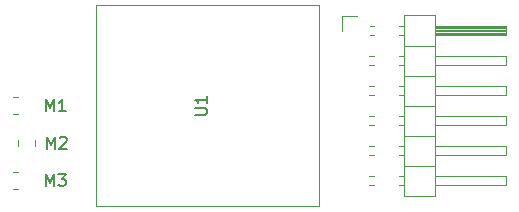
<source format=gbr>
%TF.GenerationSoftware,KiCad,Pcbnew,7.0.10*%
%TF.CreationDate,2024-01-17T20:38:39+01:00*%
%TF.ProjectId,C1101_868,43313130-315f-4383-9638-2e6b69636164,rev?*%
%TF.SameCoordinates,Original*%
%TF.FileFunction,Legend,Top*%
%TF.FilePolarity,Positive*%
%FSLAX46Y46*%
G04 Gerber Fmt 4.6, Leading zero omitted, Abs format (unit mm)*
G04 Created by KiCad (PCBNEW 7.0.10) date 2024-01-17 20:38:39*
%MOMM*%
%LPD*%
G01*
G04 APERTURE LIST*
%ADD10C,0.150000*%
%ADD11C,0.120000*%
G04 APERTURE END LIST*
D10*
X136189819Y-50306904D02*
X136999342Y-50306904D01*
X136999342Y-50306904D02*
X137094580Y-50259285D01*
X137094580Y-50259285D02*
X137142200Y-50211666D01*
X137142200Y-50211666D02*
X137189819Y-50116428D01*
X137189819Y-50116428D02*
X137189819Y-49925952D01*
X137189819Y-49925952D02*
X137142200Y-49830714D01*
X137142200Y-49830714D02*
X137094580Y-49783095D01*
X137094580Y-49783095D02*
X136999342Y-49735476D01*
X136999342Y-49735476D02*
X136189819Y-49735476D01*
X137189819Y-48735476D02*
X137189819Y-49306904D01*
X137189819Y-49021190D02*
X136189819Y-49021190D01*
X136189819Y-49021190D02*
X136332676Y-49116428D01*
X136332676Y-49116428D02*
X136427914Y-49211666D01*
X136427914Y-49211666D02*
X136475533Y-49306904D01*
X123562976Y-56334819D02*
X123562976Y-55334819D01*
X123562976Y-55334819D02*
X123896309Y-56049104D01*
X123896309Y-56049104D02*
X124229642Y-55334819D01*
X124229642Y-55334819D02*
X124229642Y-56334819D01*
X124610595Y-55334819D02*
X125229642Y-55334819D01*
X125229642Y-55334819D02*
X124896309Y-55715771D01*
X124896309Y-55715771D02*
X125039166Y-55715771D01*
X125039166Y-55715771D02*
X125134404Y-55763390D01*
X125134404Y-55763390D02*
X125182023Y-55811009D01*
X125182023Y-55811009D02*
X125229642Y-55906247D01*
X125229642Y-55906247D02*
X125229642Y-56144342D01*
X125229642Y-56144342D02*
X125182023Y-56239580D01*
X125182023Y-56239580D02*
X125134404Y-56287200D01*
X125134404Y-56287200D02*
X125039166Y-56334819D01*
X125039166Y-56334819D02*
X124753452Y-56334819D01*
X124753452Y-56334819D02*
X124658214Y-56287200D01*
X124658214Y-56287200D02*
X124610595Y-56239580D01*
X123562976Y-49984819D02*
X123562976Y-48984819D01*
X123562976Y-48984819D02*
X123896309Y-49699104D01*
X123896309Y-49699104D02*
X124229642Y-48984819D01*
X124229642Y-48984819D02*
X124229642Y-49984819D01*
X125229642Y-49984819D02*
X124658214Y-49984819D01*
X124943928Y-49984819D02*
X124943928Y-48984819D01*
X124943928Y-48984819D02*
X124848690Y-49127676D01*
X124848690Y-49127676D02*
X124753452Y-49222914D01*
X124753452Y-49222914D02*
X124658214Y-49270533D01*
X123650476Y-53159819D02*
X123650476Y-52159819D01*
X123650476Y-52159819D02*
X123983809Y-52874104D01*
X123983809Y-52874104D02*
X124317142Y-52159819D01*
X124317142Y-52159819D02*
X124317142Y-53159819D01*
X124745714Y-52255057D02*
X124793333Y-52207438D01*
X124793333Y-52207438D02*
X124888571Y-52159819D01*
X124888571Y-52159819D02*
X125126666Y-52159819D01*
X125126666Y-52159819D02*
X125221904Y-52207438D01*
X125221904Y-52207438D02*
X125269523Y-52255057D01*
X125269523Y-52255057D02*
X125317142Y-52350295D01*
X125317142Y-52350295D02*
X125317142Y-52445533D01*
X125317142Y-52445533D02*
X125269523Y-52588390D01*
X125269523Y-52588390D02*
X124698095Y-53159819D01*
X124698095Y-53159819D02*
X125317142Y-53159819D01*
D11*
%TO.C,U1*%
X127785000Y-58045000D02*
X146685000Y-58045000D01*
X146685000Y-58045000D02*
X146685000Y-41045000D01*
X146685000Y-41045000D02*
X127785000Y-41045000D01*
X127785000Y-41045000D02*
X127785000Y-58045000D01*
%TO.C,J1*%
X162500000Y-56260000D02*
X156500000Y-56260000D01*
X162500000Y-55500000D02*
X162500000Y-56260000D01*
X162500000Y-53720000D02*
X156500000Y-53720000D01*
X162500000Y-52960000D02*
X162500000Y-53720000D01*
X162500000Y-51180000D02*
X156500000Y-51180000D01*
X162500000Y-50420000D02*
X162500000Y-51180000D01*
X162500000Y-48640000D02*
X156500000Y-48640000D01*
X162500000Y-47880000D02*
X162500000Y-48640000D01*
X162500000Y-46100000D02*
X156500000Y-46100000D01*
X162500000Y-45340000D02*
X162500000Y-46100000D01*
X162500000Y-43560000D02*
X156500000Y-43560000D01*
X162500000Y-42800000D02*
X162500000Y-43560000D01*
X156500000Y-57210000D02*
X156500000Y-41850000D01*
X156500000Y-55500000D02*
X162500000Y-55500000D01*
X156500000Y-52960000D02*
X162500000Y-52960000D01*
X156500000Y-50420000D02*
X162500000Y-50420000D01*
X156500000Y-47880000D02*
X162500000Y-47880000D01*
X156500000Y-45340000D02*
X162500000Y-45340000D01*
X156500000Y-43460000D02*
X162500000Y-43460000D01*
X156500000Y-43340000D02*
X162500000Y-43340000D01*
X156500000Y-43220000D02*
X162500000Y-43220000D01*
X156500000Y-43100000D02*
X162500000Y-43100000D01*
X156500000Y-42980000D02*
X162500000Y-42980000D01*
X156500000Y-42860000D02*
X162500000Y-42860000D01*
X156500000Y-42800000D02*
X162500000Y-42800000D01*
X156500000Y-41850000D02*
X153840000Y-41850000D01*
X153840000Y-57210000D02*
X156500000Y-57210000D01*
X153840000Y-54610000D02*
X156500000Y-54610000D01*
X153840000Y-52070000D02*
X156500000Y-52070000D01*
X153840000Y-49530000D02*
X156500000Y-49530000D01*
X153840000Y-46990000D02*
X156500000Y-46990000D01*
X153840000Y-44450000D02*
X156500000Y-44450000D01*
X153840000Y-41850000D02*
X153840000Y-57210000D01*
X153442929Y-56260000D02*
X153840000Y-56260000D01*
X153442929Y-55500000D02*
X153840000Y-55500000D01*
X153442929Y-53720000D02*
X153840000Y-53720000D01*
X153442929Y-52960000D02*
X153840000Y-52960000D01*
X153442929Y-51180000D02*
X153840000Y-51180000D01*
X153442929Y-50420000D02*
X153840000Y-50420000D01*
X153442929Y-48640000D02*
X153840000Y-48640000D01*
X153442929Y-47880000D02*
X153840000Y-47880000D01*
X153442929Y-46100000D02*
X153840000Y-46100000D01*
X153442929Y-45340000D02*
X153840000Y-45340000D01*
X153442929Y-43560000D02*
X153840000Y-43560000D01*
X153442929Y-42800000D02*
X153840000Y-42800000D01*
X150970000Y-43560000D02*
X151357071Y-43560000D01*
X150970000Y-42800000D02*
X151357071Y-42800000D01*
X150902929Y-56260000D02*
X151357071Y-56260000D01*
X150902929Y-55500000D02*
X151357071Y-55500000D01*
X150902929Y-53720000D02*
X151357071Y-53720000D01*
X150902929Y-52960000D02*
X151357071Y-52960000D01*
X150902929Y-51180000D02*
X151357071Y-51180000D01*
X150902929Y-50420000D02*
X151357071Y-50420000D01*
X150902929Y-48640000D02*
X151357071Y-48640000D01*
X150902929Y-47880000D02*
X151357071Y-47880000D01*
X150902929Y-46100000D02*
X151357071Y-46100000D01*
X150902929Y-45340000D02*
X151357071Y-45340000D01*
X148590000Y-43180000D02*
X148590000Y-41910000D01*
X148590000Y-41910000D02*
X149860000Y-41910000D01*
%TO.C,M3*%
X121234564Y-56615000D02*
X120780436Y-56615000D01*
X121234564Y-55145000D02*
X120780436Y-55145000D01*
%TO.C,M1*%
X121234564Y-50265000D02*
X120780436Y-50265000D01*
X121234564Y-48795000D02*
X120780436Y-48795000D01*
%TO.C,M2*%
X122655000Y-52477936D02*
X122655000Y-52932064D01*
X121185000Y-52477936D02*
X121185000Y-52932064D01*
%TD*%
M02*

</source>
